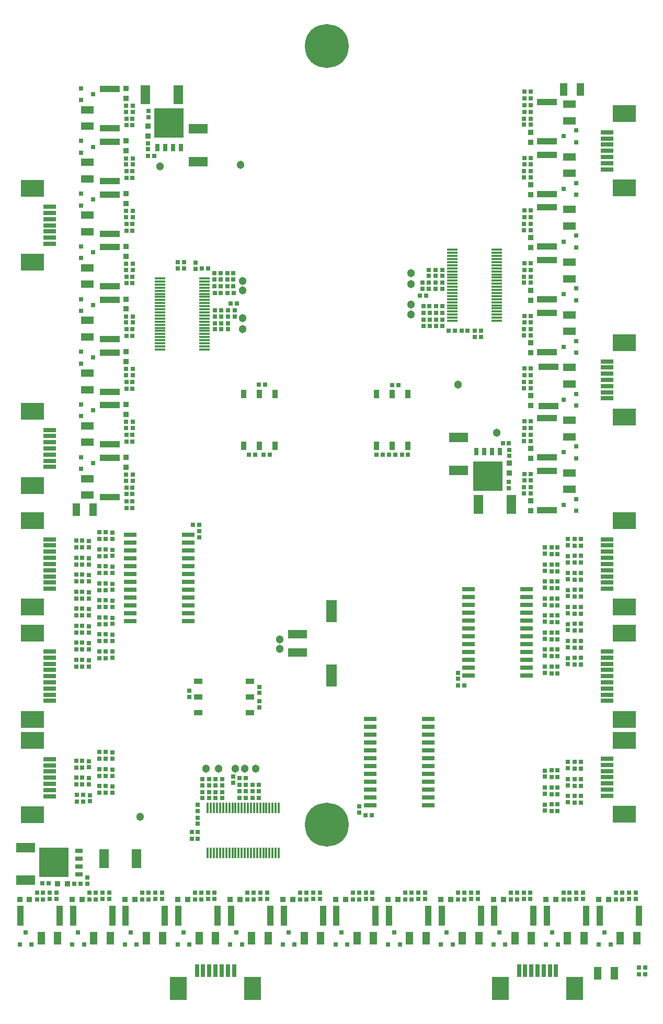
<source format=gts>
G04*
G04 #@! TF.GenerationSoftware,Altium Limited,Altium Designer,22.0.2 (36)*
G04*
G04 Layer_Color=8388736*
%FSLAX25Y25*%
%MOIN*%
G70*
G04*
G04 #@! TF.SameCoordinates,BDA990A8-0A96-437A-976C-4807BF83E6F5*
G04*
G04*
G04 #@! TF.FilePolarity,Negative*
G04*
G01*
G75*
%ADD45R,0.03392X0.05400*%
%ADD46C,0.05124*%
%ADD47O,0.06896X0.01581*%
%ADD48R,0.05400X0.03392*%
%ADD49R,0.11896X0.05400*%
%ADD50R,0.06896X0.13904*%
%ADD51R,0.02565X0.02565*%
%ADD52R,0.02565X0.02565*%
%ADD53R,0.08274X0.02802*%
%ADD54R,0.14573X0.10951*%
%ADD55R,0.03550X0.03550*%
%ADD56R,0.02762X0.03156*%
%ADD57R,0.04416X0.12920*%
%ADD58R,0.04888X0.08392*%
%ADD59R,0.08274X0.02762*%
%ADD60R,0.08392X0.04888*%
%ADD61O,0.01581X0.06896*%
%ADD62R,0.18510X0.18904*%
%ADD63R,0.04928X0.03156*%
%ADD64R,0.12211X0.06306*%
%ADD65R,0.06306X0.12211*%
%ADD66R,0.02802X0.08274*%
%ADD67R,0.10951X0.14573*%
%ADD68R,0.03156X0.02762*%
%ADD69R,0.03550X0.03550*%
%ADD70R,0.12920X0.04416*%
%ADD71R,0.03156X0.04928*%
%ADD72R,0.18904X0.18510*%
%ADD73C,0.00400*%
%ADD74C,0.27959*%
D45*
X152795Y363563D02*
D03*
X162795D02*
D03*
X172795Y363563D02*
D03*
X152795Y396555D02*
D03*
X162795D02*
D03*
X172795D02*
D03*
X257402Y396555D02*
D03*
X247402D02*
D03*
X237402D02*
D03*
X257402Y363563D02*
D03*
X247402D02*
D03*
X237402D02*
D03*
D46*
X86614Y126969D02*
D03*
X289370Y402559D02*
D03*
X150591Y542323D02*
D03*
X152067Y437845D02*
D03*
X160248Y157776D02*
D03*
X153211D02*
D03*
X147343D02*
D03*
X175787Y240158D02*
D03*
Y234252D02*
D03*
X128740Y157776D02*
D03*
X136811D02*
D03*
X259299Y447047D02*
D03*
Y453346D02*
D03*
Y473594D02*
D03*
X314024Y371823D02*
D03*
X259299Y466555D02*
D03*
X152067Y462500D02*
D03*
X99362Y541366D02*
D03*
X152067Y468307D02*
D03*
Y444882D02*
D03*
D47*
X99264Y470106D02*
D03*
Y468138D02*
D03*
Y466169D02*
D03*
Y464201D02*
D03*
Y462232D02*
D03*
Y460264D02*
D03*
Y458295D02*
D03*
Y456327D02*
D03*
Y454358D02*
D03*
Y452390D02*
D03*
Y450421D02*
D03*
Y448453D02*
D03*
Y446484D02*
D03*
Y444516D02*
D03*
Y442547D02*
D03*
Y440579D02*
D03*
Y438610D02*
D03*
Y436642D02*
D03*
Y434673D02*
D03*
Y432705D02*
D03*
Y430736D02*
D03*
Y428768D02*
D03*
Y426799D02*
D03*
Y424831D02*
D03*
X127807Y470106D02*
D03*
Y468138D02*
D03*
Y466169D02*
D03*
Y464201D02*
D03*
Y462232D02*
D03*
Y460264D02*
D03*
Y458295D02*
D03*
Y456327D02*
D03*
Y454358D02*
D03*
Y452390D02*
D03*
Y450421D02*
D03*
Y448453D02*
D03*
Y446484D02*
D03*
Y444516D02*
D03*
Y442547D02*
D03*
Y440579D02*
D03*
Y438610D02*
D03*
Y436642D02*
D03*
Y434673D02*
D03*
Y432705D02*
D03*
Y430736D02*
D03*
Y428768D02*
D03*
Y426799D02*
D03*
Y424831D02*
D03*
X285579Y488358D02*
D03*
Y486390D02*
D03*
Y484421D02*
D03*
Y482453D02*
D03*
Y480484D02*
D03*
Y478516D02*
D03*
Y476547D02*
D03*
Y474579D02*
D03*
Y472610D02*
D03*
Y470642D02*
D03*
Y468673D02*
D03*
Y466705D02*
D03*
Y464736D02*
D03*
Y462768D02*
D03*
Y460799D02*
D03*
Y458831D02*
D03*
Y456862D02*
D03*
Y454894D02*
D03*
Y452925D02*
D03*
Y450957D02*
D03*
Y448988D02*
D03*
Y447020D02*
D03*
Y445051D02*
D03*
Y443083D02*
D03*
X314122Y488358D02*
D03*
Y486390D02*
D03*
Y484421D02*
D03*
Y482453D02*
D03*
Y480484D02*
D03*
Y478516D02*
D03*
Y476547D02*
D03*
Y474579D02*
D03*
Y472610D02*
D03*
Y470642D02*
D03*
Y468673D02*
D03*
Y466705D02*
D03*
Y464736D02*
D03*
Y462768D02*
D03*
Y460799D02*
D03*
Y458831D02*
D03*
Y456862D02*
D03*
Y454894D02*
D03*
Y452925D02*
D03*
Y450957D02*
D03*
Y448988D02*
D03*
Y447020D02*
D03*
Y445051D02*
D03*
Y443083D02*
D03*
D48*
X123799Y213347D02*
D03*
X156791Y193347D02*
D03*
Y203346D02*
D03*
X156791Y213347D02*
D03*
X123799Y193347D02*
D03*
Y203346D02*
D03*
D49*
X187087Y231693D02*
D03*
Y243504D02*
D03*
D50*
X208661Y258090D02*
D03*
Y217106D02*
D03*
D51*
X245433Y357874D02*
D03*
X249370D02*
D03*
X119488Y113189D02*
D03*
X123425D02*
D03*
X257480Y357874D02*
D03*
X253543D02*
D03*
X169390Y357776D02*
D03*
X165453D02*
D03*
X162402Y402461D02*
D03*
X166339D02*
D03*
X28161Y84795D02*
D03*
X24224D02*
D03*
X48732Y84475D02*
D03*
X44795D02*
D03*
X20866Y74508D02*
D03*
X24803D02*
D03*
X20866Y78839D02*
D03*
X24803D02*
D03*
X50197Y136909D02*
D03*
X46260D02*
D03*
X234350Y127953D02*
D03*
X230413D02*
D03*
X367520Y162106D02*
D03*
X363583D02*
D03*
X363583Y157776D02*
D03*
X367520D02*
D03*
X352756Y135039D02*
D03*
X348819Y135039D02*
D03*
X367520Y151280D02*
D03*
X363583D02*
D03*
X363583Y146949D02*
D03*
X367520D02*
D03*
X363583Y136122D02*
D03*
X367520D02*
D03*
X367520Y140453D02*
D03*
X363583D02*
D03*
X352756Y145866D02*
D03*
X348819D02*
D03*
X348819Y141535D02*
D03*
X352756D02*
D03*
X348819Y152362D02*
D03*
X352756D02*
D03*
X352756Y156693D02*
D03*
X348819D02*
D03*
X348819Y130709D02*
D03*
X352756D02*
D03*
X50197Y141240D02*
D03*
X46260D02*
D03*
X45866Y147736D02*
D03*
X49803D02*
D03*
X49803Y152067D02*
D03*
X45866D02*
D03*
X45866Y158563D02*
D03*
X49803D02*
D03*
X49803Y162894D02*
D03*
X45866D02*
D03*
X60630Y153150D02*
D03*
X64567D02*
D03*
X64567Y157480D02*
D03*
X60630D02*
D03*
X60630Y163976D02*
D03*
X64567D02*
D03*
X64567Y168307D02*
D03*
X60630D02*
D03*
X64567Y146653D02*
D03*
X60630D02*
D03*
X60630Y142323D02*
D03*
X64567D02*
D03*
X64567Y265059D02*
D03*
X60630D02*
D03*
X60630Y249902D02*
D03*
X64567D02*
D03*
X45866Y259646D02*
D03*
X49803D02*
D03*
X49803Y222835D02*
D03*
X45866D02*
D03*
X45866Y227165D02*
D03*
X49803D02*
D03*
X45866Y237992D02*
D03*
X49803D02*
D03*
X49803Y233661D02*
D03*
X45866D02*
D03*
X45866Y248819D02*
D03*
X49803D02*
D03*
X49803Y244488D02*
D03*
X45866D02*
D03*
X60630Y228248D02*
D03*
X64567D02*
D03*
X60630Y239075D02*
D03*
X64567D02*
D03*
X64567Y232579D02*
D03*
X60630D02*
D03*
X64567Y243406D02*
D03*
X60630D02*
D03*
X45866Y281299D02*
D03*
X49803D02*
D03*
X45866Y292126D02*
D03*
X49803D02*
D03*
X49803Y287795D02*
D03*
X45866D02*
D03*
X49803Y298622D02*
D03*
X45866D02*
D03*
X60630Y304035D02*
D03*
X64567D02*
D03*
X45866Y302953D02*
D03*
X49803D02*
D03*
X64567Y297539D02*
D03*
X60630D02*
D03*
X64567Y308366D02*
D03*
X60630D02*
D03*
X60630Y282382D02*
D03*
X64567D02*
D03*
X64567Y286713D02*
D03*
X60630D02*
D03*
X45866Y270473D02*
D03*
X49803D02*
D03*
X49803Y266142D02*
D03*
X45866D02*
D03*
X49803Y276969D02*
D03*
X45866D02*
D03*
X60630Y271555D02*
D03*
X64567D02*
D03*
X64567Y275886D02*
D03*
X60630D02*
D03*
X60630Y293209D02*
D03*
X64567D02*
D03*
X64567Y254232D02*
D03*
X60630D02*
D03*
X60630Y260728D02*
D03*
X64567D02*
D03*
X49803Y255315D02*
D03*
X45866D02*
D03*
X123425Y117323D02*
D03*
X119488D02*
D03*
X162216Y139098D02*
D03*
X158280D02*
D03*
X158280Y147563D02*
D03*
X162216D02*
D03*
X150110D02*
D03*
X154047D02*
D03*
X150110Y151795D02*
D03*
X154047D02*
D03*
X162216Y143331D02*
D03*
X158280D02*
D03*
X150110D02*
D03*
X154047D02*
D03*
X150110Y139098D02*
D03*
X154047D02*
D03*
X54429Y74508D02*
D03*
X58366D02*
D03*
X54429Y78839D02*
D03*
X58366D02*
D03*
X155118Y74508D02*
D03*
X159055D02*
D03*
X155118Y78839D02*
D03*
X159055D02*
D03*
X121555Y74508D02*
D03*
X125492D02*
D03*
X87992Y78839D02*
D03*
X91929D02*
D03*
X121555D02*
D03*
X125492D02*
D03*
X87992Y74508D02*
D03*
X91929D02*
D03*
X393996Y78839D02*
D03*
X390059D02*
D03*
X356496D02*
D03*
X360433D02*
D03*
X393996Y74508D02*
D03*
X390059D02*
D03*
X408563Y26870D02*
D03*
X404626D02*
D03*
Y31004D02*
D03*
X408563D02*
D03*
X255807Y74508D02*
D03*
X259744D02*
D03*
X255807Y78839D02*
D03*
X259744D02*
D03*
X222244D02*
D03*
X226181D02*
D03*
X222244Y74508D02*
D03*
X226181D02*
D03*
X188681Y78839D02*
D03*
X192618D02*
D03*
X188681Y74508D02*
D03*
X192618D02*
D03*
X289370Y78839D02*
D03*
X293307D02*
D03*
X322933D02*
D03*
X326870D02*
D03*
X322933Y74508D02*
D03*
X326870D02*
D03*
X356496D02*
D03*
X360433D02*
D03*
X289370D02*
D03*
X293307D02*
D03*
X124213Y313189D02*
D03*
X120276D02*
D03*
X289222Y210876D02*
D03*
X293160D02*
D03*
X348819Y218602D02*
D03*
X352756D02*
D03*
X352756Y222933D02*
D03*
X348819D02*
D03*
X363583Y224016D02*
D03*
X367520D02*
D03*
X367520Y228346D02*
D03*
X363583D02*
D03*
X348819Y229429D02*
D03*
X352756D02*
D03*
X352756Y233760D02*
D03*
X348819D02*
D03*
X363583Y234842D02*
D03*
X367520D02*
D03*
X367520Y239173D02*
D03*
X363583D02*
D03*
X348819Y240256D02*
D03*
X352756D02*
D03*
X352756Y244587D02*
D03*
X348819D02*
D03*
X363583Y245669D02*
D03*
X367520D02*
D03*
X367520Y250000D02*
D03*
X363583D02*
D03*
X348819Y251083D02*
D03*
X352756D02*
D03*
X352756Y255413D02*
D03*
X348819D02*
D03*
X363583Y256496D02*
D03*
X367520D02*
D03*
X367520Y260827D02*
D03*
X363583D02*
D03*
X348819Y261910D02*
D03*
X352756D02*
D03*
X352756Y266240D02*
D03*
X348819D02*
D03*
X363583Y267323D02*
D03*
X367520D02*
D03*
X367520Y271654D02*
D03*
X363583D02*
D03*
X348819Y272736D02*
D03*
X352756D02*
D03*
X352756Y277067D02*
D03*
X348819D02*
D03*
X363583Y278150D02*
D03*
X367520D02*
D03*
X367520Y282480D02*
D03*
X363583D02*
D03*
X348819Y283563D02*
D03*
X352756D02*
D03*
X352756Y287894D02*
D03*
X348819D02*
D03*
X363583Y288976D02*
D03*
X367520D02*
D03*
X367520Y293307D02*
D03*
X363583D02*
D03*
X348819Y294390D02*
D03*
X352756D02*
D03*
X352756Y298721D02*
D03*
X348819D02*
D03*
X363583Y299803D02*
D03*
X367520D02*
D03*
X367520Y304134D02*
D03*
X363583D02*
D03*
X295421Y436882D02*
D03*
X291484D02*
D03*
X251181Y402165D02*
D03*
X247244D02*
D03*
X331594Y441988D02*
D03*
X335531D02*
D03*
X331594Y446220D02*
D03*
X335531D02*
D03*
X331594Y408425D02*
D03*
X335531D02*
D03*
X331594Y379094D02*
D03*
X335531D02*
D03*
X331594Y412657D02*
D03*
X335531D02*
D03*
X287350Y436882D02*
D03*
X283413D02*
D03*
X331594Y475551D02*
D03*
X335531D02*
D03*
X331594Y479783D02*
D03*
X335531D02*
D03*
X271209Y443870D02*
D03*
X267272D02*
D03*
X275342D02*
D03*
X279279D02*
D03*
X275342Y439736D02*
D03*
X279279D02*
D03*
X267173Y452335D02*
D03*
X271110D02*
D03*
X275244D02*
D03*
X279181D02*
D03*
X271209Y439736D02*
D03*
X267272D02*
D03*
X269043Y459224D02*
D03*
X265106D02*
D03*
X275342Y448102D02*
D03*
X279279D02*
D03*
X271209D02*
D03*
X267272D02*
D03*
X331594Y345531D02*
D03*
X335531D02*
D03*
X331594Y341299D02*
D03*
X335531D02*
D03*
X321799Y365031D02*
D03*
X317862D02*
D03*
X331594Y374862D02*
D03*
X335531D02*
D03*
X237303Y357874D02*
D03*
X241240D02*
D03*
X331594Y584941D02*
D03*
X335531D02*
D03*
X331594Y576240D02*
D03*
X335531D02*
D03*
X331594Y580472D02*
D03*
X335531D02*
D03*
X331594Y509114D02*
D03*
X335531D02*
D03*
X331594Y513346D02*
D03*
X335531D02*
D03*
X331594Y546909D02*
D03*
X335531D02*
D03*
X331594Y542677D02*
D03*
X335531D02*
D03*
X331594Y589272D02*
D03*
X335531D02*
D03*
X95524Y548158D02*
D03*
X91587D02*
D03*
X144343Y453965D02*
D03*
X148280D02*
D03*
X146114Y473453D02*
D03*
X142177D02*
D03*
X129973Y476307D02*
D03*
X126035D02*
D03*
X146114Y469319D02*
D03*
X142177D02*
D03*
X146114Y465087D02*
D03*
X142177D02*
D03*
X134106Y473453D02*
D03*
X138043D02*
D03*
X134106Y469319D02*
D03*
X138043D02*
D03*
X134106Y465087D02*
D03*
X138043D02*
D03*
X134205Y460854D02*
D03*
X138142D02*
D03*
X142276D02*
D03*
X146213D02*
D03*
X77854Y328248D02*
D03*
X81791D02*
D03*
Y323917D02*
D03*
X77854D02*
D03*
X77854Y332717D02*
D03*
X81791D02*
D03*
X77854Y336949D02*
D03*
X81791D02*
D03*
X77854Y366280D02*
D03*
X81791D02*
D03*
X77854Y370512D02*
D03*
X81791D02*
D03*
X77854Y399843D02*
D03*
X81791D02*
D03*
X77854Y404075D02*
D03*
X81791D02*
D03*
X77854Y433406D02*
D03*
X81791D02*
D03*
X77854Y437638D02*
D03*
X81791D02*
D03*
X77854Y466968D02*
D03*
X81791D02*
D03*
X77854Y471201D02*
D03*
X81791D02*
D03*
X77854Y500531D02*
D03*
X81791D02*
D03*
X77854Y504764D02*
D03*
X81791D02*
D03*
X77854Y534094D02*
D03*
X81791D02*
D03*
X77854Y538327D02*
D03*
X81791D02*
D03*
X77854Y567658D02*
D03*
X81791D02*
D03*
X77854Y571890D02*
D03*
X81791D02*
D03*
X156102Y357776D02*
D03*
X160039D02*
D03*
D52*
X162697Y209941D02*
D03*
Y206004D02*
D03*
X52866Y84500D02*
D03*
Y88437D02*
D03*
X33366Y78642D02*
D03*
Y74705D02*
D03*
X29134Y78642D02*
D03*
Y74705D02*
D03*
X226181Y133858D02*
D03*
Y129921D02*
D03*
X359252Y158071D02*
D03*
Y162008D02*
D03*
Y136417D02*
D03*
Y140354D02*
D03*
Y147244D02*
D03*
Y151181D02*
D03*
X344488Y141831D02*
D03*
Y145768D02*
D03*
Y152657D02*
D03*
Y156595D02*
D03*
Y131004D02*
D03*
Y134941D02*
D03*
X54528Y140945D02*
D03*
Y137008D02*
D03*
X54134Y151772D02*
D03*
Y147835D02*
D03*
Y162599D02*
D03*
Y158661D02*
D03*
X68898Y157185D02*
D03*
Y153248D02*
D03*
Y168012D02*
D03*
Y164075D02*
D03*
Y146358D02*
D03*
Y142421D02*
D03*
Y264764D02*
D03*
Y260827D02*
D03*
X54134Y233760D02*
D03*
Y237697D02*
D03*
Y244587D02*
D03*
Y248524D02*
D03*
Y222933D02*
D03*
Y226870D02*
D03*
X68898Y243110D02*
D03*
Y239173D02*
D03*
Y253937D02*
D03*
Y250000D02*
D03*
Y232283D02*
D03*
Y228346D02*
D03*
X54134Y298721D02*
D03*
Y302658D02*
D03*
X124213Y309055D02*
D03*
Y305118D02*
D03*
X68898Y297244D02*
D03*
Y293307D02*
D03*
Y308071D02*
D03*
Y304134D02*
D03*
X54134Y266240D02*
D03*
Y270177D02*
D03*
Y277067D02*
D03*
Y281004D02*
D03*
Y287894D02*
D03*
Y291831D02*
D03*
X68898Y286417D02*
D03*
Y282480D02*
D03*
Y275591D02*
D03*
Y271654D02*
D03*
X54134Y255413D02*
D03*
Y259350D02*
D03*
X134756Y147169D02*
D03*
Y151106D02*
D03*
X126291Y147169D02*
D03*
Y151106D02*
D03*
X130524Y147169D02*
D03*
Y151106D02*
D03*
X123437Y122661D02*
D03*
Y126598D02*
D03*
X134756Y142937D02*
D03*
Y139000D02*
D03*
X162697Y196752D02*
D03*
Y200689D02*
D03*
X145878Y152779D02*
D03*
Y148843D02*
D03*
X130524Y142937D02*
D03*
Y139000D02*
D03*
X138988Y151106D02*
D03*
Y147169D02*
D03*
Y139000D02*
D03*
Y142937D02*
D03*
X123437Y130831D02*
D03*
Y134768D02*
D03*
X126291Y142937D02*
D03*
Y139000D02*
D03*
X118012Y207283D02*
D03*
Y203346D02*
D03*
X62697Y78642D02*
D03*
Y74705D02*
D03*
X96260Y78642D02*
D03*
Y74705D02*
D03*
X66929Y78642D02*
D03*
Y74705D02*
D03*
X134055Y78642D02*
D03*
Y74705D02*
D03*
X129823Y78642D02*
D03*
Y74705D02*
D03*
X100492Y78642D02*
D03*
Y74705D02*
D03*
X398327Y74705D02*
D03*
Y78642D02*
D03*
X402559Y74705D02*
D03*
Y78642D02*
D03*
X368996D02*
D03*
Y74705D02*
D03*
X364764Y78642D02*
D03*
Y74705D02*
D03*
X301870Y78642D02*
D03*
Y74705D02*
D03*
X268307Y78642D02*
D03*
Y74705D02*
D03*
X297638Y78642D02*
D03*
Y74705D02*
D03*
X163386Y78642D02*
D03*
Y74705D02*
D03*
X167618Y78642D02*
D03*
Y74705D02*
D03*
X264075Y78642D02*
D03*
Y74705D02*
D03*
X234744Y78642D02*
D03*
Y74705D02*
D03*
X230512Y78642D02*
D03*
Y74705D02*
D03*
X196949Y78642D02*
D03*
Y74705D02*
D03*
X201181Y78642D02*
D03*
Y74705D02*
D03*
X331201Y78642D02*
D03*
Y74705D02*
D03*
X335433Y78642D02*
D03*
Y74705D02*
D03*
X344488Y218898D02*
D03*
Y222835D02*
D03*
X359252Y224311D02*
D03*
Y228248D02*
D03*
X344488Y229724D02*
D03*
Y233661D02*
D03*
X359252Y235138D02*
D03*
Y239075D02*
D03*
X344488Y240551D02*
D03*
Y244488D02*
D03*
X359252Y245965D02*
D03*
Y249902D02*
D03*
X344488Y251378D02*
D03*
Y255315D02*
D03*
X359252Y256791D02*
D03*
Y260728D02*
D03*
X344488Y262205D02*
D03*
Y266142D02*
D03*
X359252Y267618D02*
D03*
Y271555D02*
D03*
X344488Y273031D02*
D03*
Y276969D02*
D03*
X359252Y278445D02*
D03*
Y282382D02*
D03*
X344488Y283858D02*
D03*
Y287795D02*
D03*
X359252Y289272D02*
D03*
Y293209D02*
D03*
X344488Y294685D02*
D03*
Y298622D02*
D03*
X359252Y300098D02*
D03*
Y304035D02*
D03*
X331398Y433720D02*
D03*
Y437657D02*
D03*
X335728Y433720D02*
D03*
Y437657D02*
D03*
X331398Y467283D02*
D03*
Y471220D02*
D03*
X335728Y467283D02*
D03*
Y471220D02*
D03*
X331398Y400157D02*
D03*
Y404095D02*
D03*
X335728Y400157D02*
D03*
Y404095D02*
D03*
X274949Y475563D02*
D03*
Y471626D02*
D03*
X279181Y475563D02*
D03*
Y471626D02*
D03*
X270717Y471626D02*
D03*
Y475563D02*
D03*
X274949Y463457D02*
D03*
Y467394D02*
D03*
X279181Y463457D02*
D03*
Y467394D02*
D03*
X270717D02*
D03*
Y463457D02*
D03*
X289222Y215010D02*
D03*
Y218947D02*
D03*
X335728Y333031D02*
D03*
Y336968D02*
D03*
X331398Y333031D02*
D03*
Y336968D02*
D03*
X335728Y366594D02*
D03*
Y370532D02*
D03*
X331398Y366594D02*
D03*
Y370532D02*
D03*
X321504Y340327D02*
D03*
Y336390D02*
D03*
X321823Y360898D02*
D03*
Y356961D02*
D03*
X266484Y467394D02*
D03*
Y463457D02*
D03*
X304134Y436713D02*
D03*
Y432776D02*
D03*
X299902Y436713D02*
D03*
Y432776D02*
D03*
X331398Y567972D02*
D03*
Y571909D02*
D03*
X335728Y567972D02*
D03*
Y571909D02*
D03*
X331398Y500846D02*
D03*
Y504783D02*
D03*
X335728Y500846D02*
D03*
Y504783D02*
D03*
X331398Y534409D02*
D03*
Y538346D02*
D03*
X335728Y534409D02*
D03*
Y538346D02*
D03*
X91561Y556228D02*
D03*
Y552291D02*
D03*
X91882Y576799D02*
D03*
Y572862D02*
D03*
X121850Y476279D02*
D03*
Y480217D02*
D03*
X142669Y437626D02*
D03*
Y441563D02*
D03*
Y449732D02*
D03*
Y445795D02*
D03*
X146902Y449732D02*
D03*
Y445795D02*
D03*
X138437Y441563D02*
D03*
Y437626D02*
D03*
X134205Y441563D02*
D03*
Y437626D02*
D03*
Y445795D02*
D03*
Y449732D02*
D03*
X138437Y445795D02*
D03*
Y449732D02*
D03*
X77658Y341280D02*
D03*
Y345217D02*
D03*
X81988Y341280D02*
D03*
Y345216D02*
D03*
X77658Y374843D02*
D03*
Y378780D02*
D03*
X81988Y374843D02*
D03*
Y378780D02*
D03*
X77658Y408405D02*
D03*
Y412343D02*
D03*
X81988Y408405D02*
D03*
Y412343D02*
D03*
X77658Y441968D02*
D03*
Y445906D02*
D03*
X81988Y441968D02*
D03*
Y445905D02*
D03*
X77658Y475531D02*
D03*
Y479468D02*
D03*
X81988Y475531D02*
D03*
Y479468D02*
D03*
X77658Y509094D02*
D03*
Y513031D02*
D03*
X81988Y509094D02*
D03*
Y513031D02*
D03*
X77658Y542658D02*
D03*
Y546594D02*
D03*
X81988Y542658D02*
D03*
Y546594D02*
D03*
X77658Y576221D02*
D03*
Y580158D02*
D03*
X81988Y576221D02*
D03*
Y580158D02*
D03*
X114764Y476476D02*
D03*
Y480413D02*
D03*
X110531Y476476D02*
D03*
X110531Y480413D02*
D03*
D53*
X29035Y140256D02*
D03*
Y163878D02*
D03*
Y159941D02*
D03*
Y156004D02*
D03*
Y144193D02*
D03*
Y152067D02*
D03*
Y148130D02*
D03*
X29035Y216732D02*
D03*
Y220669D02*
D03*
Y212795D02*
D03*
Y224606D02*
D03*
Y228543D02*
D03*
Y232480D02*
D03*
Y208858D02*
D03*
Y204921D02*
D03*
Y200984D02*
D03*
X384350Y156260D02*
D03*
Y152323D02*
D03*
Y160197D02*
D03*
Y148386D02*
D03*
Y144449D02*
D03*
Y140512D02*
D03*
Y164134D02*
D03*
X384350Y303898D02*
D03*
Y299961D02*
D03*
Y296024D02*
D03*
Y272401D02*
D03*
Y276339D02*
D03*
Y280276D02*
D03*
Y292087D02*
D03*
Y284213D02*
D03*
Y288150D02*
D03*
Y232480D02*
D03*
Y228543D02*
D03*
Y224606D02*
D03*
Y200984D02*
D03*
Y204921D02*
D03*
Y208858D02*
D03*
Y220669D02*
D03*
Y212795D02*
D03*
Y216732D02*
D03*
X29035Y272402D02*
D03*
Y276339D02*
D03*
Y280276D02*
D03*
Y303898D02*
D03*
Y299961D02*
D03*
Y296024D02*
D03*
Y284213D02*
D03*
Y292087D02*
D03*
Y288150D02*
D03*
Y357846D02*
D03*
Y361783D02*
D03*
Y353909D02*
D03*
Y365720D02*
D03*
Y369657D02*
D03*
Y373594D02*
D03*
Y349972D02*
D03*
X384350Y563216D02*
D03*
Y539594D02*
D03*
Y543532D02*
D03*
Y547469D02*
D03*
Y559279D02*
D03*
Y551405D02*
D03*
Y555342D02*
D03*
Y417252D02*
D03*
Y393630D02*
D03*
Y397567D02*
D03*
Y401504D02*
D03*
Y413315D02*
D03*
Y405441D02*
D03*
Y409378D02*
D03*
X29035Y492126D02*
D03*
Y515748D02*
D03*
Y511811D02*
D03*
Y507874D02*
D03*
Y496063D02*
D03*
Y503937D02*
D03*
Y500000D02*
D03*
D54*
X18012Y175650D02*
D03*
X18012Y128484D02*
D03*
X18012Y189213D02*
D03*
Y244252D02*
D03*
X395374Y175906D02*
D03*
Y128740D02*
D03*
Y260630D02*
D03*
Y315669D02*
D03*
Y189213D02*
D03*
Y244252D02*
D03*
X18012Y315669D02*
D03*
Y260630D02*
D03*
Y338201D02*
D03*
Y385366D02*
D03*
X395374Y527823D02*
D03*
Y574988D02*
D03*
Y381858D02*
D03*
Y429024D02*
D03*
X18012Y527520D02*
D03*
Y480354D02*
D03*
D55*
X40169Y84402D02*
D03*
X33870D02*
D03*
X16142Y74508D02*
D03*
X9843D02*
D03*
X379035Y74508D02*
D03*
X385335D02*
D03*
X217520D02*
D03*
X211220D02*
D03*
X318209D02*
D03*
X311910D02*
D03*
X284646D02*
D03*
X278346D02*
D03*
X351772D02*
D03*
X345472D02*
D03*
X251083D02*
D03*
X244783D02*
D03*
X150394D02*
D03*
X144095D02*
D03*
X83268D02*
D03*
X76968D02*
D03*
X116831D02*
D03*
X110531D02*
D03*
X183957D02*
D03*
X177657D02*
D03*
X49705Y74508D02*
D03*
X43406D02*
D03*
D56*
X13583Y53543D02*
D03*
X17323Y45669D02*
D03*
X9843D02*
D03*
X47146Y53543D02*
D03*
X50886Y45669D02*
D03*
X43406D02*
D03*
X110531Y45669D02*
D03*
X118012D02*
D03*
X114272Y53543D02*
D03*
X144094Y45669D02*
D03*
X151575D02*
D03*
X147835Y53543D02*
D03*
X76968Y45669D02*
D03*
X84449D02*
D03*
X80709Y53543D02*
D03*
X211220Y45669D02*
D03*
X218701D02*
D03*
X214961Y53543D02*
D03*
X311909Y45669D02*
D03*
X319390D02*
D03*
X315650Y53543D02*
D03*
X244783Y45669D02*
D03*
X252264D02*
D03*
X248524Y53543D02*
D03*
X382776D02*
D03*
X386516Y45669D02*
D03*
X379035D02*
D03*
X345472D02*
D03*
X352953D02*
D03*
X349213Y53543D02*
D03*
X177657Y45669D02*
D03*
X185138D02*
D03*
X181398Y53543D02*
D03*
X278346Y45669D02*
D03*
X285827D02*
D03*
X282087Y53543D02*
D03*
D57*
X35335Y64272D02*
D03*
X10335D02*
D03*
X236713D02*
D03*
X211713D02*
D03*
X203150D02*
D03*
X178150D02*
D03*
X169587D02*
D03*
X144587D02*
D03*
X370965D02*
D03*
X345965D02*
D03*
X303839D02*
D03*
X278839D02*
D03*
X337402D02*
D03*
X312402D02*
D03*
X379528D02*
D03*
X404528D02*
D03*
X270276D02*
D03*
X245276D02*
D03*
X68898Y64272D02*
D03*
X43898D02*
D03*
X136024Y64272D02*
D03*
X111024D02*
D03*
X102461D02*
D03*
X77461D02*
D03*
D58*
X33996Y49803D02*
D03*
X23484D02*
D03*
X356752Y590354D02*
D03*
X367264D02*
D03*
X56634Y322835D02*
D03*
X46122D02*
D03*
X57047Y49803D02*
D03*
X67559D02*
D03*
X90610Y49803D02*
D03*
X101122D02*
D03*
X124173D02*
D03*
X134685D02*
D03*
X157736D02*
D03*
X168248D02*
D03*
X191299D02*
D03*
X201811D02*
D03*
X224862D02*
D03*
X235374D02*
D03*
X258425D02*
D03*
X268937D02*
D03*
X291988D02*
D03*
X302500D02*
D03*
X325551D02*
D03*
X336063D02*
D03*
X359114D02*
D03*
X369626D02*
D03*
X392677D02*
D03*
X403189D02*
D03*
X388819Y27362D02*
D03*
X378307D02*
D03*
D59*
X233169Y189311D02*
D03*
X233169Y184311D02*
D03*
X233169Y179311D02*
D03*
Y174311D02*
D03*
Y169311D02*
D03*
X233169Y164311D02*
D03*
Y159311D02*
D03*
X233169Y154311D02*
D03*
X233169Y149311D02*
D03*
X233169Y144311D02*
D03*
X233169Y139311D02*
D03*
Y134311D02*
D03*
X270177Y189311D02*
D03*
Y184311D02*
D03*
Y179311D02*
D03*
Y174311D02*
D03*
X270177Y169311D02*
D03*
X270177Y164311D02*
D03*
Y159311D02*
D03*
Y154311D02*
D03*
Y149311D02*
D03*
Y144311D02*
D03*
Y139311D02*
D03*
Y134311D02*
D03*
X296112Y272136D02*
D03*
Y267136D02*
D03*
Y262136D02*
D03*
Y257136D02*
D03*
Y252136D02*
D03*
Y247136D02*
D03*
Y242136D02*
D03*
Y237136D02*
D03*
Y232136D02*
D03*
Y227136D02*
D03*
Y222136D02*
D03*
Y217136D02*
D03*
X333120Y272136D02*
D03*
Y267136D02*
D03*
Y262136D02*
D03*
Y257136D02*
D03*
Y252136D02*
D03*
Y247136D02*
D03*
Y242136D02*
D03*
Y237136D02*
D03*
Y232136D02*
D03*
Y227136D02*
D03*
Y222136D02*
D03*
Y217136D02*
D03*
X80315Y306929D02*
D03*
Y301929D02*
D03*
Y296929D02*
D03*
Y291929D02*
D03*
Y286929D02*
D03*
Y281929D02*
D03*
Y276929D02*
D03*
Y271929D02*
D03*
Y266929D02*
D03*
Y261929D02*
D03*
Y256929D02*
D03*
Y251929D02*
D03*
X117323Y306929D02*
D03*
Y301929D02*
D03*
Y296929D02*
D03*
Y291929D02*
D03*
Y286929D02*
D03*
Y281929D02*
D03*
Y276929D02*
D03*
Y271929D02*
D03*
Y266929D02*
D03*
Y261929D02*
D03*
Y256929D02*
D03*
Y251929D02*
D03*
D60*
X360433Y335650D02*
D03*
Y346161D02*
D03*
Y369213D02*
D03*
Y379724D02*
D03*
Y402776D02*
D03*
Y413287D02*
D03*
Y436339D02*
D03*
Y446850D02*
D03*
Y469902D02*
D03*
Y480413D02*
D03*
Y503465D02*
D03*
Y513976D02*
D03*
Y537028D02*
D03*
Y547539D02*
D03*
Y570590D02*
D03*
Y581102D02*
D03*
X52953Y577539D02*
D03*
Y567028D02*
D03*
Y543976D02*
D03*
Y533465D02*
D03*
Y510413D02*
D03*
Y499902D02*
D03*
Y476850D02*
D03*
Y466339D02*
D03*
Y443287D02*
D03*
Y432776D02*
D03*
Y409724D02*
D03*
Y399213D02*
D03*
Y376161D02*
D03*
Y365650D02*
D03*
Y342598D02*
D03*
Y332087D02*
D03*
D61*
X129736Y104157D02*
D03*
X131705D02*
D03*
X133673D02*
D03*
X135642D02*
D03*
X137610D02*
D03*
X139579D02*
D03*
X141547D02*
D03*
X143516D02*
D03*
X145484D02*
D03*
X147453D02*
D03*
X149421D02*
D03*
X151390D02*
D03*
X153358D02*
D03*
X155327D02*
D03*
X157295D02*
D03*
X159264D02*
D03*
X161232D02*
D03*
X163201D02*
D03*
X165169D02*
D03*
X167138D02*
D03*
X169106D02*
D03*
X171075D02*
D03*
X173043D02*
D03*
X175012D02*
D03*
X129736Y132701D02*
D03*
X131705D02*
D03*
X133673D02*
D03*
X135642D02*
D03*
X137610D02*
D03*
X139579D02*
D03*
X141547D02*
D03*
X143516D02*
D03*
X145484D02*
D03*
X147453D02*
D03*
X149421D02*
D03*
X151390D02*
D03*
X153358D02*
D03*
X155327D02*
D03*
X157295D02*
D03*
X159264D02*
D03*
X161232D02*
D03*
X163201D02*
D03*
X165169D02*
D03*
X167138D02*
D03*
X169106D02*
D03*
X171075D02*
D03*
X173043D02*
D03*
X175012D02*
D03*
D62*
X31803Y97984D02*
D03*
D63*
X47551Y105484D02*
D03*
X47551Y100484D02*
D03*
Y95484D02*
D03*
X47551Y90484D02*
D03*
D64*
X13484Y86713D02*
D03*
Y107579D02*
D03*
X289811Y368673D02*
D03*
Y347807D02*
D03*
X123575Y544516D02*
D03*
Y565382D02*
D03*
D65*
X84449Y100492D02*
D03*
X63583D02*
D03*
X323276Y325957D02*
D03*
X302410D02*
D03*
X110976Y587232D02*
D03*
X90110D02*
D03*
D66*
X343937Y28965D02*
D03*
X340000D02*
D03*
X347874D02*
D03*
X336063D02*
D03*
X332126D02*
D03*
X328189D02*
D03*
X351811D02*
D03*
X138622D02*
D03*
X134685D02*
D03*
X142559D02*
D03*
X130748D02*
D03*
X126811D02*
D03*
X122874D02*
D03*
X146496D02*
D03*
D67*
X363583Y17941D02*
D03*
X316417D02*
D03*
X158268D02*
D03*
X111102D02*
D03*
D68*
X364567Y456260D02*
D03*
Y463740D02*
D03*
X356693Y460000D02*
D03*
X364567Y422697D02*
D03*
Y430177D02*
D03*
X356693Y426437D02*
D03*
X364567Y389134D02*
D03*
Y396614D02*
D03*
X356693Y392874D02*
D03*
X364567Y489823D02*
D03*
Y497303D02*
D03*
X356693Y493563D02*
D03*
X364567Y355571D02*
D03*
Y363051D02*
D03*
X356693Y359311D02*
D03*
X364567Y322008D02*
D03*
Y329488D02*
D03*
X356693Y325748D02*
D03*
X364567Y523386D02*
D03*
Y530866D02*
D03*
X356693Y527126D02*
D03*
X364567Y556949D02*
D03*
Y564429D02*
D03*
X356693Y560689D02*
D03*
X56693Y587441D02*
D03*
X48819Y583701D02*
D03*
Y591181D02*
D03*
X56693Y352500D02*
D03*
X48819Y348760D02*
D03*
Y356240D02*
D03*
X56693Y386063D02*
D03*
X48819Y382323D02*
D03*
Y389803D02*
D03*
X56693Y419626D02*
D03*
X48819Y415886D02*
D03*
Y423366D02*
D03*
X56693Y453189D02*
D03*
X48819Y449449D02*
D03*
Y456929D02*
D03*
X56693Y486752D02*
D03*
X48819Y483012D02*
D03*
Y490492D02*
D03*
X56693Y520315D02*
D03*
X48819Y516575D02*
D03*
Y524055D02*
D03*
X56693Y553878D02*
D03*
X48819Y550138D02*
D03*
Y557618D02*
D03*
D69*
X335728Y428996D02*
D03*
Y422697D02*
D03*
Y462559D02*
D03*
Y456260D02*
D03*
Y496122D02*
D03*
Y489823D02*
D03*
Y328307D02*
D03*
Y322008D02*
D03*
Y361870D02*
D03*
Y355571D02*
D03*
Y395433D02*
D03*
Y389134D02*
D03*
X321898Y352335D02*
D03*
Y346035D02*
D03*
X335728Y563248D02*
D03*
Y556949D02*
D03*
Y529685D02*
D03*
Y523386D02*
D03*
X91488Y560854D02*
D03*
Y567154D02*
D03*
X77658Y356240D02*
D03*
Y349941D02*
D03*
Y389803D02*
D03*
Y383504D02*
D03*
Y423366D02*
D03*
Y417067D02*
D03*
Y456929D02*
D03*
Y450630D02*
D03*
Y490492D02*
D03*
Y484193D02*
D03*
Y524055D02*
D03*
Y517756D02*
D03*
Y557618D02*
D03*
Y551319D02*
D03*
Y591181D02*
D03*
Y584882D02*
D03*
D70*
X345965Y448189D02*
D03*
Y423189D02*
D03*
X346949Y413642D02*
D03*
Y388642D02*
D03*
X345965Y381063D02*
D03*
Y356063D02*
D03*
Y481752D02*
D03*
Y456752D02*
D03*
Y515315D02*
D03*
Y490315D02*
D03*
Y347500D02*
D03*
Y322500D02*
D03*
Y582441D02*
D03*
Y557441D02*
D03*
Y548878D02*
D03*
Y523878D02*
D03*
X67421Y355748D02*
D03*
Y330748D02*
D03*
Y389311D02*
D03*
Y364311D02*
D03*
Y422874D02*
D03*
Y397874D02*
D03*
Y456437D02*
D03*
Y431437D02*
D03*
Y490000D02*
D03*
Y465000D02*
D03*
Y523563D02*
D03*
Y498563D02*
D03*
Y557126D02*
D03*
Y532126D02*
D03*
Y590689D02*
D03*
Y565689D02*
D03*
D71*
X315815Y359717D02*
D03*
X310815D02*
D03*
X305815D02*
D03*
X300815D02*
D03*
X97571Y553473D02*
D03*
X102571D02*
D03*
X107571D02*
D03*
X112571D02*
D03*
D72*
X308315Y343969D02*
D03*
X105071Y569220D02*
D03*
D73*
X40157Y122047D02*
D03*
X370866Y618110D02*
D03*
X40157Y618110D02*
D03*
X205512Y287402D02*
D03*
X288189D02*
D03*
Y122047D02*
D03*
D74*
X205512Y618110D02*
D03*
Y122047D02*
D03*
M02*

</source>
